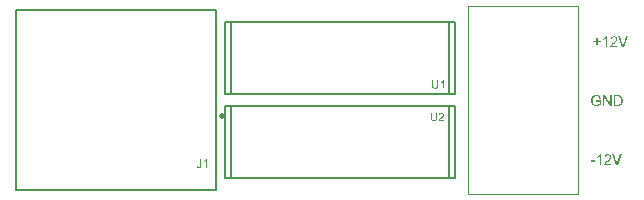
<source format=gto>
%FSLAX33Y33*%
%MOMM*%
%ADD10C,0.15*%
%ADD11C,0.5*%
%ADD12C,0.125*%
D10*
%LNtop silkscreen_traces*%
%LNtop silkscreen component aa5e6b58f608f077*%
G01*
X9250Y9025D02*
X9250Y15125D01*
X28750Y15125*
X28750Y9025*
X9250Y9025*
X9750Y9025D02*
X9750Y15125D01*
X28250Y15125*
X28250Y9025*
X9750Y9025*
G36*
X27247Y10191D02*
X27342Y10191D01*
X27342Y9777D01*
X27340Y9726D01*
X27335Y9680D01*
X27328Y9640D01*
X27317Y9606D01*
X27303Y9576D01*
X27283Y9548D01*
X27258Y9524D01*
X27229Y9503D01*
X27195Y9485D01*
X27155Y9473D01*
X27111Y9465D01*
X27062Y9463D01*
X27014Y9465D01*
X26970Y9471D01*
X26932Y9482D01*
X26897Y9497D01*
X26868Y9517D01*
X26842Y9540D01*
X26822Y9567D01*
X26806Y9598D01*
X26794Y9634D01*
X26785Y9675D01*
X26780Y9723D01*
X26779Y9777D01*
X26779Y10191D01*
X26873Y10191D01*
X26873Y9778D01*
X26874Y9734D01*
X26878Y9697D01*
X26883Y9665D01*
X26891Y9640D01*
X26901Y9619D01*
X26914Y9601D01*
X26931Y9585D01*
X26950Y9572D01*
X26973Y9562D01*
X26997Y9554D01*
X27024Y9550D01*
X27054Y9548D01*
X27102Y9551D01*
X27143Y9560D01*
X27176Y9575D01*
X27202Y9596D01*
X27222Y9625D01*
X27236Y9665D01*
X27244Y9716D01*
X27247Y9778D01*
X27247Y10191D01*
X27247Y10191D01*
X27795Y9475D02*
X27707Y9475D01*
X27707Y10035D01*
X27690Y10020D01*
X27670Y10005D01*
X27648Y9990D01*
X27624Y9975D01*
X27598Y9960D01*
X27575Y9948D01*
X27552Y9938D01*
X27531Y9929D01*
X27531Y10014D01*
X27567Y10032D01*
X27600Y10052D01*
X27631Y10074D01*
X27660Y10098D01*
X27686Y10123D01*
X27707Y10147D01*
X27725Y10170D01*
X27738Y10194D01*
X27795Y10194D01*
X27795Y9475D01*
X27795Y9475D01*
G37*
%LNtop silkscreen component 08c10c19d67bbcb7*%
X-8400Y16145D02*
X8500Y16145D01*
X8500Y0855*
X-8400Y0855*
X-8400Y16145*
D11*
X9000Y7120D03*
G36*
X6884Y2953D02*
X6969Y2965D01*
X6972Y2927D01*
X6979Y2896D01*
X6988Y2871D01*
X7000Y2853D01*
X7015Y2839D01*
X7033Y2830D01*
X7053Y2824D01*
X7076Y2822D01*
X7093Y2823D01*
X7109Y2826D01*
X7124Y2831D01*
X7137Y2839D01*
X7149Y2848D01*
X7159Y2858D01*
X7167Y2870D01*
X7173Y2883D01*
X7177Y2899D01*
X7180Y2919D01*
X7182Y2944D01*
X7183Y2973D01*
X7183Y3466D01*
X7277Y3466D01*
X7277Y2978D01*
X7276Y2936D01*
X7272Y2898D01*
X7265Y2866D01*
X7256Y2839D01*
X7243Y2816D01*
X7228Y2795D01*
X7209Y2778D01*
X7187Y2764D01*
X7162Y2752D01*
X7136Y2744D01*
X7107Y2739D01*
X7076Y2738D01*
X7032Y2741D01*
X6993Y2751D01*
X6960Y2768D01*
X6932Y2792D01*
X6910Y2822D01*
X6895Y2859D01*
X6886Y2903D01*
X6884Y2953D01*
X6884Y2953D01*
X7728Y2750D02*
X7640Y2750D01*
X7640Y3310D01*
X7623Y3295D01*
X7603Y3280D01*
X7581Y3265D01*
X7556Y3250D01*
X7531Y3235D01*
X7508Y3223D01*
X7485Y3213D01*
X7464Y3204D01*
X7464Y3289D01*
X7500Y3307D01*
X7533Y3327D01*
X7564Y3349D01*
X7593Y3373D01*
X7618Y3398D01*
X7640Y3422D01*
X7657Y3445D01*
X7671Y3469D01*
X7728Y3469D01*
X7728Y2750D01*
X7728Y2750D01*
G37*
%LNtop silkscreen component d92353f841ac44f0*%
D10*
X9250Y1875D02*
X9250Y7975D01*
X28750Y7975*
X28750Y1875*
X9250Y1875*
X9750Y1875D02*
X9750Y7975D01*
X28250Y7975*
X28250Y1875*
X9750Y1875*
G36*
X27147Y7441D02*
X27242Y7441D01*
X27242Y7027D01*
X27240Y6976D01*
X27235Y6930D01*
X27228Y6890D01*
X27217Y6856D01*
X27203Y6826D01*
X27183Y6798D01*
X27158Y6774D01*
X27129Y6753D01*
X27095Y6735D01*
X27055Y6723D01*
X27011Y6715D01*
X26962Y6713D01*
X26914Y6715D01*
X26870Y6721D01*
X26832Y6732D01*
X26797Y6747D01*
X26768Y6767D01*
X26742Y6790D01*
X26722Y6817D01*
X26706Y6848D01*
X26694Y6884D01*
X26685Y6926D01*
X26680Y6973D01*
X26679Y7027D01*
X26679Y7441D01*
X26773Y7441D01*
X26773Y7028D01*
X26774Y6984D01*
X26778Y6947D01*
X26783Y6915D01*
X26791Y6890D01*
X26801Y6869D01*
X26814Y6851D01*
X26831Y6835D01*
X26850Y6822D01*
X26873Y6812D01*
X26897Y6804D01*
X26924Y6800D01*
X26954Y6798D01*
X27002Y6801D01*
X27043Y6810D01*
X27076Y6825D01*
X27102Y6846D01*
X27122Y6875D01*
X27136Y6915D01*
X27144Y6966D01*
X27147Y7028D01*
X27147Y7441D01*
X27147Y7441D01*
X27826Y6809D02*
X27826Y6725D01*
X27352Y6725D01*
X27353Y6741D01*
X27355Y6756D01*
X27358Y6771D01*
X27363Y6786D01*
X27373Y6810D01*
X27386Y6834D01*
X27402Y6858D01*
X27421Y6881D01*
X27443Y6906D01*
X27469Y6932D01*
X27500Y6960D01*
X27536Y6990D01*
X27589Y7035D01*
X27633Y7075D01*
X27668Y7111D01*
X27693Y7141D01*
X27711Y7169D01*
X27724Y7196D01*
X27732Y7222D01*
X27734Y7247D01*
X27732Y7272D01*
X27725Y7295D01*
X27713Y7316D01*
X27697Y7335D01*
X27677Y7351D01*
X27654Y7362D01*
X27628Y7369D01*
X27600Y7371D01*
X27569Y7369D01*
X27542Y7361D01*
X27519Y7350D01*
X27498Y7333D01*
X27481Y7312D01*
X27469Y7287D01*
X27462Y7259D01*
X27459Y7227D01*
X27369Y7237D01*
X27377Y7284D01*
X27391Y7326D01*
X27412Y7361D01*
X27439Y7391D01*
X27472Y7414D01*
X27510Y7431D01*
X27553Y7440D01*
X27601Y7444D01*
X27650Y7440D01*
X27694Y7429D01*
X27732Y7412D01*
X27765Y7387D01*
X27791Y7356D01*
X27810Y7323D01*
X27821Y7286D01*
X27825Y7245D01*
X27824Y7224D01*
X27820Y7202D01*
X27815Y7181D01*
X27807Y7161D01*
X27797Y7140D01*
X27784Y7118D01*
X27768Y7096D01*
X27749Y7073D01*
X27725Y7048D01*
X27694Y7019D01*
X27657Y6985D01*
X27613Y6947D01*
X27577Y6917D01*
X27548Y6891D01*
X27526Y6872D01*
X27512Y6857D01*
X27501Y6845D01*
X27491Y6833D01*
X27482Y6821D01*
X27475Y6809D01*
X27826Y6809D01*
X27826Y6809D01*
G37*
%LNtop silkscreen component 1feb1c34ba25e8f7*%
D12*
X29850Y16500D02*
X39150Y16500D01*
X39150Y0500*
X29850Y0500*
X29850Y16500*
%LNtext*%
G36*
X40240Y3273D02*
X40240Y3385D01*
X40583Y3385D01*
X40583Y3273D01*
X40240Y3273D01*
X40240Y3273D01*
X41096Y3000D02*
X40984Y3000D01*
X40984Y3711D01*
X40963Y3692D01*
X40938Y3673D01*
X40910Y3654D01*
X40879Y3634D01*
X40847Y3616D01*
X40817Y3601D01*
X40788Y3588D01*
X40761Y3577D01*
X40761Y3685D01*
X40807Y3708D01*
X40849Y3733D01*
X40888Y3761D01*
X40925Y3791D01*
X40957Y3822D01*
X40985Y3853D01*
X41007Y3883D01*
X41024Y3913D01*
X41096Y3913D01*
X41096Y3000D01*
X41096Y3000D01*
X41969Y3107D02*
X41969Y3000D01*
X41368Y3000D01*
X41368Y3020D01*
X41370Y3040D01*
X41375Y3059D01*
X41381Y3078D01*
X41394Y3108D01*
X41411Y3138D01*
X41431Y3169D01*
X41454Y3198D01*
X41482Y3229D01*
X41516Y3263D01*
X41555Y3298D01*
X41600Y3336D01*
X41668Y3394D01*
X41724Y3445D01*
X41768Y3490D01*
X41801Y3529D01*
X41823Y3564D01*
X41840Y3598D01*
X41849Y3631D01*
X41853Y3663D01*
X41850Y3695D01*
X41841Y3724D01*
X41826Y3751D01*
X41805Y3775D01*
X41780Y3795D01*
X41751Y3809D01*
X41718Y3818D01*
X41681Y3820D01*
X41643Y3817D01*
X41609Y3808D01*
X41579Y3793D01*
X41552Y3772D01*
X41531Y3746D01*
X41516Y3714D01*
X41507Y3679D01*
X41503Y3638D01*
X41389Y3650D01*
X41399Y3710D01*
X41417Y3763D01*
X41443Y3808D01*
X41477Y3846D01*
X41519Y3875D01*
X41568Y3896D01*
X41622Y3909D01*
X41684Y3913D01*
X41746Y3908D01*
X41801Y3895D01*
X41849Y3872D01*
X41891Y3840D01*
X41924Y3802D01*
X41948Y3759D01*
X41963Y3712D01*
X41967Y3660D01*
X41966Y3633D01*
X41962Y3606D01*
X41955Y3580D01*
X41945Y3553D01*
X41932Y3526D01*
X41915Y3499D01*
X41895Y3471D01*
X41871Y3442D01*
X41841Y3410D01*
X41802Y3373D01*
X41755Y3330D01*
X41699Y3282D01*
X41653Y3243D01*
X41616Y3211D01*
X41589Y3186D01*
X41570Y3168D01*
X41556Y3153D01*
X41544Y3138D01*
X41533Y3122D01*
X41523Y3107D01*
X41969Y3107D01*
X41969Y3107D01*
X42393Y3000D02*
X42041Y3909D01*
X42171Y3909D01*
X42408Y3249D01*
X42421Y3210D01*
X42434Y3172D01*
X42445Y3135D01*
X42455Y3100D01*
X42466Y3137D01*
X42478Y3174D01*
X42491Y3211D01*
X42504Y3249D01*
X42750Y3909D01*
X42873Y3909D01*
X42517Y3000D01*
X42393Y3000D01*
X42393Y3000D01*
X40718Y13147D02*
X40718Y13396D01*
X40471Y13396D01*
X40471Y13500D01*
X40718Y13500D01*
X40718Y13748D01*
X40824Y13748D01*
X40824Y13500D01*
X41071Y13500D01*
X41071Y13396D01*
X40824Y13396D01*
X40824Y13147D01*
X40718Y13147D01*
X40718Y13147D01*
X41615Y13000D02*
X41503Y13000D01*
X41503Y13711D01*
X41481Y13692D01*
X41457Y13673D01*
X41429Y13654D01*
X41397Y13634D01*
X41366Y13616D01*
X41335Y13601D01*
X41307Y13588D01*
X41280Y13577D01*
X41280Y13685D01*
X41325Y13708D01*
X41368Y13733D01*
X41407Y13761D01*
X41444Y13791D01*
X41476Y13822D01*
X41504Y13853D01*
X41526Y13883D01*
X41543Y13913D01*
X41615Y13913D01*
X41615Y13000D01*
X41615Y13000D01*
X42487Y13107D02*
X42487Y13000D01*
X41886Y13000D01*
X41887Y13020D01*
X41889Y13040D01*
X41893Y13059D01*
X41899Y13078D01*
X41913Y13108D01*
X41929Y13138D01*
X41949Y13169D01*
X41973Y13198D01*
X42001Y13229D01*
X42035Y13263D01*
X42074Y13298D01*
X42119Y13336D01*
X42187Y13394D01*
X42243Y13445D01*
X42287Y13490D01*
X42319Y13529D01*
X42342Y13564D01*
X42358Y13598D01*
X42368Y13631D01*
X42371Y13663D01*
X42368Y13695D01*
X42360Y13724D01*
X42345Y13751D01*
X42324Y13775D01*
X42298Y13795D01*
X42269Y13809D01*
X42237Y13818D01*
X42200Y13820D01*
X42162Y13817D01*
X42128Y13808D01*
X42097Y13793D01*
X42071Y13772D01*
X42050Y13746D01*
X42035Y13714D01*
X42026Y13679D01*
X42022Y13638D01*
X41908Y13650D01*
X41917Y13710D01*
X41936Y13763D01*
X41962Y13808D01*
X41996Y13846D01*
X42038Y13875D01*
X42086Y13896D01*
X42141Y13909D01*
X42203Y13913D01*
X42265Y13908D01*
X42320Y13895D01*
X42368Y13872D01*
X42410Y13840D01*
X42443Y13802D01*
X42467Y13759D01*
X42481Y13712D01*
X42486Y13660D01*
X42485Y13633D01*
X42481Y13606D01*
X42474Y13580D01*
X42464Y13553D01*
X42451Y13526D01*
X42434Y13499D01*
X42414Y13471D01*
X42390Y13442D01*
X42360Y13410D01*
X42321Y13373D01*
X42273Y13330D01*
X42218Y13282D01*
X42172Y13243D01*
X42135Y13211D01*
X42107Y13186D01*
X42089Y13168D01*
X42075Y13153D01*
X42063Y13138D01*
X42051Y13122D01*
X42041Y13107D01*
X42487Y13107D01*
X42487Y13107D01*
X42912Y13000D02*
X42560Y13909D01*
X42690Y13909D01*
X42926Y13249D01*
X42940Y13210D01*
X42953Y13172D01*
X42964Y13135D01*
X42974Y13100D01*
X42985Y13137D01*
X42997Y13174D01*
X43010Y13211D01*
X43023Y13249D01*
X43269Y13909D01*
X43391Y13909D01*
X43036Y13000D01*
X42912Y13000D01*
X42912Y13000D01*
X40723Y8357D02*
X40723Y8463D01*
X41108Y8464D01*
X41108Y8127D01*
X41064Y8093D01*
X41018Y8065D01*
X40972Y8040D01*
X40926Y8020D01*
X40878Y8005D01*
X40830Y7993D01*
X40781Y7987D01*
X40732Y7984D01*
X40667Y7988D01*
X40604Y7999D01*
X40545Y8017D01*
X40489Y8042D01*
X40437Y8074D01*
X40393Y8112D01*
X40355Y8157D01*
X40323Y8208D01*
X40299Y8264D01*
X40282Y8323D01*
X40271Y8385D01*
X40268Y8450D01*
X40271Y8515D01*
X40281Y8578D01*
X40299Y8639D01*
X40323Y8698D01*
X40354Y8752D01*
X40391Y8798D01*
X40434Y8837D01*
X40483Y8869D01*
X40537Y8893D01*
X40595Y8911D01*
X40657Y8921D01*
X40723Y8925D01*
X40771Y8923D01*
X40817Y8917D01*
X40860Y8907D01*
X40901Y8893D01*
X40939Y8875D01*
X40972Y8854D01*
X41001Y8831D01*
X41026Y8804D01*
X41047Y8773D01*
X41066Y8738D01*
X41082Y8699D01*
X41095Y8655D01*
X40986Y8625D01*
X40975Y8658D01*
X40963Y8687D01*
X40950Y8713D01*
X40935Y8734D01*
X40919Y8753D01*
X40899Y8770D01*
X40875Y8785D01*
X40849Y8798D01*
X40820Y8808D01*
X40789Y8816D01*
X40757Y8820D01*
X40723Y8822D01*
X40684Y8820D01*
X40646Y8815D01*
X40612Y8808D01*
X40581Y8797D01*
X40552Y8783D01*
X40526Y8767D01*
X40504Y8750D01*
X40484Y8730D01*
X40466Y8710D01*
X40451Y8688D01*
X40438Y8665D01*
X40426Y8641D01*
X40411Y8598D01*
X40400Y8553D01*
X40394Y8506D01*
X40392Y8458D01*
X40394Y8399D01*
X40402Y8346D01*
X40415Y8298D01*
X40433Y8254D01*
X40457Y8216D01*
X40485Y8183D01*
X40518Y8155D01*
X40555Y8133D01*
X40596Y8115D01*
X40638Y8103D01*
X40681Y8095D01*
X40725Y8093D01*
X40764Y8095D01*
X40802Y8101D01*
X40840Y8110D01*
X40878Y8123D01*
X40913Y8138D01*
X40943Y8154D01*
X40969Y8170D01*
X40991Y8187D01*
X40991Y8357D01*
X40723Y8357D01*
X40723Y8357D01*
X41285Y8000D02*
X41285Y8909D01*
X41408Y8909D01*
X41886Y8195D01*
X41886Y8909D01*
X42001Y8909D01*
X42001Y8000D01*
X41877Y8000D01*
X41400Y8714D01*
X41400Y8000D01*
X41285Y8000D01*
X41285Y8000D01*
X42203Y8000D02*
X42203Y8909D01*
X42514Y8909D01*
X42514Y8802D01*
X42323Y8802D01*
X42323Y8107D01*
X42323Y8107D01*
X42517Y8107D01*
X42560Y8108D01*
X42598Y8111D01*
X42630Y8117D01*
X42658Y8124D01*
X42683Y8133D01*
X42704Y8144D01*
X42724Y8157D01*
X42740Y8171D01*
X42760Y8194D01*
X42778Y8221D01*
X42794Y8252D01*
X42807Y8286D01*
X42817Y8324D01*
X42825Y8366D01*
X42829Y8412D01*
X42831Y8461D01*
X42828Y8529D01*
X42819Y8587D01*
X42804Y8638D01*
X42784Y8681D01*
X42759Y8716D01*
X42732Y8745D01*
X42702Y8767D01*
X42670Y8783D01*
X42642Y8791D01*
X42607Y8797D01*
X42564Y8801D01*
X42514Y8802D01*
X42514Y8909D01*
X42516Y8909D01*
X42566Y8908D01*
X42610Y8906D01*
X42647Y8902D01*
X42678Y8896D01*
X42716Y8885D01*
X42750Y8871D01*
X42782Y8853D01*
X42811Y8831D01*
X42845Y8798D01*
X42874Y8762D01*
X42899Y8721D01*
X42919Y8676D01*
X42935Y8627D01*
X42946Y8574D01*
X42952Y8519D01*
X42955Y8460D01*
X42953Y8409D01*
X42949Y8362D01*
X42941Y8317D01*
X42930Y8276D01*
X42917Y8238D01*
X42903Y8203D01*
X42886Y8171D01*
X42868Y8144D01*
X42849Y8119D01*
X42829Y8097D01*
X42808Y8078D01*
X42786Y8061D01*
X42762Y8047D01*
X42736Y8035D01*
X42708Y8024D01*
X42677Y8016D01*
X42644Y8009D01*
X42609Y8004D01*
X42571Y8001D01*
X42531Y8000D01*
X42203Y8000D01*
X42203Y8000D01*
G37*
M02*
</source>
